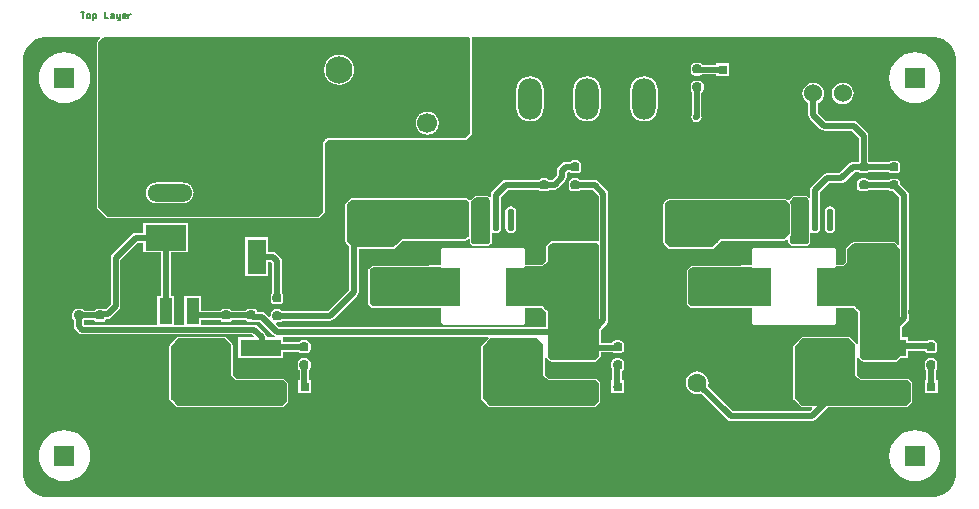
<source format=gtl>
G04*
G04 #@! TF.GenerationSoftware,Altium Limited,Altium Designer,20.0.2 (26)*
G04*
G04 Layer_Physical_Order=1*
G04 Layer_Color=255*
%FSLAX24Y24*%
%MOIN*%
G70*
G01*
G75*
G04:AMPARAMS|DCode=17|XSize=30mil|YSize=30mil|CornerRadius=7.5mil|HoleSize=0mil|Usage=FLASHONLY|Rotation=270.000|XOffset=0mil|YOffset=0mil|HoleType=Round|Shape=RoundedRectangle|*
%AMROUNDEDRECTD17*
21,1,0.0300,0.0150,0,0,270.0*
21,1,0.0150,0.0300,0,0,270.0*
1,1,0.0150,-0.0075,-0.0075*
1,1,0.0150,-0.0075,0.0075*
1,1,0.0150,0.0075,0.0075*
1,1,0.0150,0.0075,-0.0075*
%
%ADD17ROUNDEDRECTD17*%
%ADD18R,0.0630X0.1181*%
%ADD19R,0.2283X0.2441*%
%ADD20R,0.1378X0.0554*%
%ADD21R,0.0315X0.0315*%
G04:AMPARAMS|DCode=22|XSize=30mil|YSize=30mil|CornerRadius=7.5mil|HoleSize=0mil|Usage=FLASHONLY|Rotation=180.000|XOffset=0mil|YOffset=0mil|HoleType=Round|Shape=RoundedRectangle|*
%AMROUNDEDRECTD22*
21,1,0.0300,0.0150,0,0,180.0*
21,1,0.0150,0.0300,0,0,180.0*
1,1,0.0150,-0.0075,0.0075*
1,1,0.0150,0.0075,0.0075*
1,1,0.0150,0.0075,-0.0075*
1,1,0.0150,-0.0075,-0.0075*
%
%ADD22ROUNDEDRECTD22*%
%ADD23R,0.0638X0.0806*%
%ADD24O,0.0224X0.0768*%
%ADD25R,0.1378X0.0472*%
%ADD26R,0.0472X0.1378*%
%ADD27R,0.0974X0.1307*%
%ADD28R,0.1380X0.0850*%
%ADD29R,0.0430X0.0850*%
%ADD54C,0.0050*%
%ADD55C,0.0200*%
%ADD56R,0.0700X0.0700*%
%ADD57C,0.0630*%
%ADD58R,0.0669X0.0669*%
%ADD59C,0.0669*%
%ADD60C,0.0600*%
%ADD61O,0.1496X0.0591*%
%ADD62O,0.0591X0.1339*%
%ADD63O,0.0787X0.1378*%
%ADD64R,0.0906X0.0906*%
%ADD65C,0.0906*%
%ADD66R,0.0630X0.0630*%
%ADD67C,0.0220*%
G36*
X30739Y15514D02*
X30881Y15455D01*
X31009Y15370D01*
X31118Y15261D01*
X31203Y15133D01*
X31262Y14991D01*
X31292Y14841D01*
X31292Y14764D01*
Y984D01*
X31292Y907D01*
X31262Y757D01*
X31203Y615D01*
X31118Y487D01*
X31009Y378D01*
X30881Y293D01*
X30739Y234D01*
X30589Y204D01*
X907D01*
X757Y234D01*
X615Y293D01*
X487Y378D01*
X378Y487D01*
X293Y615D01*
X234Y757D01*
X204Y907D01*
Y984D01*
Y14764D01*
Y14841D01*
X234Y14991D01*
X293Y15133D01*
X378Y15261D01*
X487Y15370D01*
X615Y15455D01*
X757Y15514D01*
X907Y15544D01*
X2756D01*
X2775Y15498D01*
X2679Y15401D01*
X2660Y15373D01*
X2653Y15340D01*
Y9850D01*
X2660Y9817D01*
X2679Y9789D01*
X2959Y9509D01*
X2987Y9490D01*
X3020Y9483D01*
X10020Y9483D01*
X10053Y9490D01*
X10081Y9509D01*
X10231Y9659D01*
X10250Y9687D01*
X10257Y9720D01*
X10257Y9991D01*
X10257Y10431D01*
X10257Y10911D01*
X10257Y11351D01*
X10257Y11831D01*
Y12014D01*
X10346Y12103D01*
X14920D01*
X14953Y12110D01*
X14981Y12129D01*
X15131Y12279D01*
X15150Y12307D01*
X15157Y12340D01*
Y15450D01*
X15150Y15483D01*
X15143Y15494D01*
X15151Y15523D01*
X15162Y15539D01*
X15168Y15544D01*
X30589D01*
X30739Y15514D01*
D02*
G37*
%LPC*%
G36*
X22739Y14673D02*
X22589D01*
X22536Y14663D01*
X22492Y14633D01*
X22462Y14588D01*
X22451Y14535D01*
Y14385D01*
X22462Y14333D01*
X22492Y14288D01*
X22536Y14258D01*
X22589Y14248D01*
X22739D01*
X22792Y14258D01*
X22833Y14286D01*
X23294D01*
Y14221D01*
X23729D01*
Y14656D01*
X23294D01*
Y14612D01*
X22850D01*
X22836Y14633D01*
X22792Y14663D01*
X22739Y14673D01*
D02*
G37*
G36*
X29921Y15025D02*
X29755Y15008D01*
X29595Y14960D01*
X29448Y14881D01*
X29319Y14775D01*
X29213Y14646D01*
X29135Y14499D01*
X29086Y14339D01*
X29070Y14173D01*
X29086Y14007D01*
X29135Y13847D01*
X29213Y13700D01*
X29319Y13571D01*
X29448Y13465D01*
X29595Y13387D01*
X29755Y13338D01*
X29921Y13322D01*
X30087Y13338D01*
X30247Y13387D01*
X30394Y13465D01*
X30523Y13571D01*
X30629Y13700D01*
X30708Y13847D01*
X30756Y14007D01*
X30773Y14173D01*
X30756Y14339D01*
X30708Y14499D01*
X30629Y14646D01*
X30523Y14775D01*
X30394Y14881D01*
X30247Y14960D01*
X30087Y15008D01*
X29921Y15025D01*
D02*
G37*
G36*
X1575D02*
X1409Y15008D01*
X1249Y14960D01*
X1102Y14881D01*
X973Y14775D01*
X867Y14646D01*
X788Y14499D01*
X740Y14339D01*
X723Y14173D01*
X740Y14007D01*
X788Y13847D01*
X867Y13700D01*
X973Y13571D01*
X1102Y13465D01*
X1249Y13387D01*
X1409Y13338D01*
X1575Y13322D01*
X1741Y13338D01*
X1901Y13387D01*
X2048Y13465D01*
X2177Y13571D01*
X2283Y13700D01*
X2361Y13847D01*
X2410Y14007D01*
X2426Y14173D01*
X2410Y14339D01*
X2361Y14499D01*
X2283Y14646D01*
X2177Y14775D01*
X2048Y14881D01*
X1901Y14960D01*
X1741Y15008D01*
X1575Y15025D01*
D02*
G37*
G36*
X27520Y14013D02*
X27426Y14001D01*
X27338Y13964D01*
X27263Y13907D01*
X27206Y13832D01*
X27169Y13744D01*
X27157Y13650D01*
X27169Y13556D01*
X27206Y13468D01*
X27263Y13393D01*
X27338Y13336D01*
X27426Y13299D01*
X27520Y13287D01*
X27614Y13299D01*
X27702Y13336D01*
X27777Y13393D01*
X27834Y13468D01*
X27871Y13556D01*
X27883Y13650D01*
X27871Y13744D01*
X27834Y13832D01*
X27777Y13907D01*
X27702Y13964D01*
X27614Y14001D01*
X27520Y14013D01*
D02*
G37*
G36*
X20900Y14223D02*
X20782Y14207D01*
X20671Y14162D01*
X20576Y14089D01*
X20504Y13994D01*
X20458Y13884D01*
X20442Y13765D01*
Y13175D01*
X20458Y13056D01*
X20504Y12946D01*
X20576Y12851D01*
X20671Y12778D01*
X20782Y12733D01*
X20900Y12717D01*
X21018Y12733D01*
X21129Y12778D01*
X21224Y12851D01*
X21296Y12946D01*
X21342Y13056D01*
X21358Y13175D01*
Y13765D01*
X21342Y13884D01*
X21296Y13994D01*
X21224Y14089D01*
X21129Y14162D01*
X21018Y14207D01*
X20900Y14223D01*
D02*
G37*
G36*
X19000D02*
X18882Y14207D01*
X18771Y14162D01*
X18676Y14089D01*
X18604Y13994D01*
X18558Y13884D01*
X18542Y13765D01*
Y13175D01*
X18558Y13056D01*
X18604Y12946D01*
X18676Y12851D01*
X18771Y12778D01*
X18882Y12733D01*
X19000Y12717D01*
X19118Y12733D01*
X19229Y12778D01*
X19324Y12851D01*
X19396Y12946D01*
X19442Y13056D01*
X19458Y13175D01*
Y13765D01*
X19442Y13884D01*
X19396Y13994D01*
X19324Y14089D01*
X19229Y14162D01*
X19118Y14207D01*
X19000Y14223D01*
D02*
G37*
G36*
X17100D02*
X16982Y14207D01*
X16871Y14162D01*
X16776Y14089D01*
X16704Y13994D01*
X16658Y13884D01*
X16642Y13765D01*
Y13175D01*
X16658Y13056D01*
X16704Y12946D01*
X16776Y12851D01*
X16871Y12778D01*
X16982Y12733D01*
X17100Y12717D01*
X17218Y12733D01*
X17329Y12778D01*
X17424Y12851D01*
X17496Y12946D01*
X17542Y13056D01*
X17558Y13175D01*
Y13765D01*
X17542Y13884D01*
X17496Y13994D01*
X17424Y14089D01*
X17329Y14162D01*
X17218Y14207D01*
X17100Y14223D01*
D02*
G37*
G36*
X22739Y14073D02*
X22589D01*
X22536Y14063D01*
X22492Y14033D01*
X22462Y13988D01*
X22451Y13935D01*
Y13785D01*
X22462Y13733D01*
X22481Y13704D01*
Y12938D01*
X22480Y12936D01*
X22467Y12870D01*
X22480Y12804D01*
X22517Y12747D01*
X22574Y12710D01*
X22640Y12697D01*
X22706Y12710D01*
X22763Y12747D01*
X22800Y12804D01*
X22813Y12870D01*
X22807Y12901D01*
Y13669D01*
X22836Y13688D01*
X22866Y13733D01*
X22877Y13785D01*
Y13935D01*
X22866Y13988D01*
X22836Y14033D01*
X22792Y14063D01*
X22739Y14073D01*
D02*
G37*
G36*
X18665Y11423D02*
X18515D01*
X18462Y11412D01*
X18418Y11382D01*
X18412Y11373D01*
X18280D01*
X18218Y11361D01*
X18165Y11325D01*
X18165Y11325D01*
X18035Y11195D01*
X17999Y11142D01*
X17987Y11080D01*
Y10918D01*
X17842Y10773D01*
X17748D01*
X17742Y10782D01*
X17698Y10812D01*
X17645Y10823D01*
X17495D01*
X17442Y10812D01*
X17398Y10782D01*
X17392Y10773D01*
X16280D01*
X16218Y10761D01*
X16165Y10725D01*
X15835Y10395D01*
X15799Y10342D01*
X15787Y10280D01*
Y10211D01*
X15741Y10192D01*
X15721Y10211D01*
X15693Y10230D01*
X15660Y10237D01*
X15280Y10237D01*
X15247Y10230D01*
X15219Y10211D01*
X15116Y10109D01*
X15096Y10102D01*
X15050Y10104D01*
X15013Y10141D01*
X14985Y10160D01*
X14951Y10167D01*
X11160D01*
X11127Y10160D01*
X11099Y10141D01*
X10969Y10011D01*
X10950Y9983D01*
X10943Y9950D01*
Y9671D01*
X10943Y9311D01*
Y9111D01*
X10943Y8730D01*
X10950Y8697D01*
X10969Y8669D01*
X11057Y8581D01*
Y7088D01*
X10372Y6403D01*
X8838D01*
X8832Y6412D01*
X8788Y6442D01*
X8735Y6453D01*
X8585D01*
X8532Y6442D01*
X8488Y6412D01*
X8458Y6368D01*
X8447Y6315D01*
Y6224D01*
X8397Y6203D01*
X8285Y6315D01*
X8232Y6351D01*
X8170Y6363D01*
X8010D01*
X8007Y6378D01*
X7977Y6422D01*
X7933Y6452D01*
X7880Y6463D01*
X7730D01*
X7677Y6452D01*
X7633Y6422D01*
X7627Y6413D01*
X7148D01*
X7142Y6422D01*
X7098Y6452D01*
X7045Y6463D01*
X6895D01*
X6842Y6452D01*
X6798Y6422D01*
X6792Y6413D01*
X6125D01*
Y6885D01*
X5575D01*
Y5943D01*
X5225D01*
Y6885D01*
X5113D01*
Y8355D01*
X5700D01*
Y9325D01*
X4200D01*
Y9003D01*
X3950D01*
X3888Y8991D01*
X3835Y8955D01*
X3165Y8285D01*
X3129Y8232D01*
X3117Y8170D01*
Y6628D01*
X2952Y6463D01*
X2800D01*
X2798Y6463D01*
X2675D01*
X2622Y6452D01*
X2578Y6422D01*
X2572Y6413D01*
X2228D01*
X2222Y6422D01*
X2178Y6452D01*
X2125Y6463D01*
X1975D01*
X1922Y6452D01*
X1878Y6422D01*
X1848Y6378D01*
X1837Y6325D01*
Y6175D01*
X1848Y6122D01*
X1878Y6078D01*
X1887Y6072D01*
Y5897D01*
X1899Y5835D01*
X1935Y5782D01*
X2052Y5665D01*
X2105Y5629D01*
X2167Y5617D01*
X7840D01*
X7894Y5563D01*
X7875Y5517D01*
X7361D01*
Y4843D01*
X8859D01*
Y5032D01*
X9403D01*
X9439Y5008D01*
X9492Y4997D01*
X9642D01*
X9694Y5008D01*
X9739Y5038D01*
X9769Y5082D01*
X9779Y5135D01*
Y5285D01*
X9769Y5338D01*
X9739Y5382D01*
X9694Y5412D01*
X9642Y5423D01*
X9492D01*
X9439Y5412D01*
X9394Y5382D01*
X9378Y5358D01*
X8859D01*
Y5517D01*
X8896Y5548D01*
X15695D01*
X15716Y5498D01*
X15489Y5271D01*
X15470Y5243D01*
X15463Y5210D01*
Y3500D01*
X15470Y3467D01*
X15489Y3439D01*
X15709Y3219D01*
X15737Y3200D01*
X15770Y3193D01*
X19230D01*
X19263Y3200D01*
X19291Y3219D01*
X19411Y3339D01*
X19430Y3367D01*
X19437Y3400D01*
Y3960D01*
X19430Y3993D01*
X19411Y4021D01*
X19311Y4121D01*
X19283Y4140D01*
X19250Y4147D01*
X17716D01*
X17587Y4276D01*
Y4858D01*
X17637Y4863D01*
X17640Y4847D01*
X17659Y4819D01*
X17739Y4739D01*
X17767Y4720D01*
X17779Y4718D01*
X17800Y4713D01*
X19250Y4713D01*
X19283Y4720D01*
X19311Y4739D01*
X19431Y4859D01*
X19450Y4887D01*
X19457Y4920D01*
Y5017D01*
X19873D01*
X19886Y5008D01*
X19938Y4997D01*
X20088D01*
X20141Y5008D01*
X20186Y5038D01*
X20215Y5082D01*
X20226Y5135D01*
Y5285D01*
X20215Y5338D01*
X20186Y5382D01*
X20141Y5412D01*
X20088Y5423D01*
X19938D01*
X19886Y5412D01*
X19841Y5382D01*
X19815Y5343D01*
X19457D01*
Y5776D01*
X19655Y5975D01*
X19691Y6028D01*
X19703Y6090D01*
Y10310D01*
X19703Y10310D01*
X19691Y10372D01*
X19655Y10425D01*
X19365Y10715D01*
X19312Y10751D01*
X19250Y10763D01*
X18775D01*
X18762Y10782D01*
X18718Y10812D01*
X18665Y10823D01*
X18515D01*
X18462Y10812D01*
X18418Y10782D01*
X18388Y10738D01*
X18377Y10685D01*
Y10535D01*
X18388Y10482D01*
X18418Y10438D01*
X18462Y10408D01*
X18515Y10397D01*
X18665D01*
X18718Y10408D01*
X18761Y10437D01*
X19182D01*
X19377Y10242D01*
Y8744D01*
X19327Y8718D01*
X19323Y8720D01*
X19290Y8727D01*
X17830D01*
X17797Y8720D01*
X17769Y8701D01*
X17659Y8591D01*
X17640Y8563D01*
X17633Y8530D01*
Y8066D01*
X17504Y7937D01*
X16930Y7937D01*
Y8440D01*
X16880Y8490D01*
X14170D01*
X14130Y8450D01*
Y7924D01*
X13742D01*
Y7907D01*
X11850Y7907D01*
X11817Y7900D01*
X11789Y7881D01*
X11720Y7813D01*
X11701Y7784D01*
X11695Y7751D01*
X11695Y7471D01*
Y7391D01*
X11695Y6911D01*
Y6669D01*
X11701Y6636D01*
X11720Y6607D01*
X11799Y6529D01*
X11827Y6510D01*
X11860Y6503D01*
X13742Y6503D01*
Y6496D01*
X14130D01*
Y6010D01*
X14210Y5930D01*
X16850D01*
X16930Y6010D01*
Y6496D01*
X17318D01*
Y6503D01*
X17484D01*
X17633Y6354D01*
X17633Y5911D01*
X17602Y5874D01*
X8726D01*
X8623Y5977D01*
X8644Y6027D01*
X8735D01*
X8788Y6038D01*
X8832Y6068D01*
X8838Y6077D01*
X10440D01*
X10502Y6089D01*
X10555Y6125D01*
X11335Y6905D01*
X11371Y6958D01*
X11383Y7020D01*
Y8473D01*
X12540D01*
X12573Y8480D01*
X12601Y8499D01*
X12846Y8743D01*
X14930D01*
X14963Y8750D01*
X14991Y8769D01*
X15033Y8811D01*
X15081Y8792D01*
X15083Y8790D01*
Y8710D01*
X15090Y8677D01*
X15109Y8649D01*
X15169Y8589D01*
X15197Y8570D01*
X15230Y8563D01*
X15680D01*
X15713Y8570D01*
X15741Y8589D01*
X15791Y8639D01*
X15810Y8667D01*
X15817Y8700D01*
Y8995D01*
X15867Y9022D01*
X15883Y9011D01*
X15950Y8998D01*
X16017Y9011D01*
X16074Y9049D01*
X16112Y9106D01*
X16125Y9173D01*
Y9717D01*
X16113Y9778D01*
Y10212D01*
X16348Y10447D01*
X17392D01*
X17398Y10438D01*
X17442Y10408D01*
X17495Y10397D01*
X17645D01*
X17698Y10408D01*
X17742Y10438D01*
X17748Y10447D01*
X17910D01*
X17972Y10459D01*
X18025Y10495D01*
X18265Y10735D01*
X18301Y10788D01*
X18313Y10850D01*
Y11012D01*
X18348Y11047D01*
X18412D01*
X18418Y11038D01*
X18462Y11008D01*
X18515Y10997D01*
X18665D01*
X18718Y11008D01*
X18762Y11038D01*
X18792Y11082D01*
X18803Y11135D01*
Y11285D01*
X18792Y11338D01*
X18762Y11382D01*
X18718Y11412D01*
X18665Y11423D01*
D02*
G37*
G36*
X26536Y14013D02*
X26442Y14001D01*
X26354Y13964D01*
X26279Y13907D01*
X26221Y13832D01*
X26185Y13744D01*
X26173Y13650D01*
X26185Y13556D01*
X26221Y13468D01*
X26279Y13393D01*
X26354Y13336D01*
X26373Y13328D01*
Y12924D01*
X26385Y12862D01*
X26420Y12809D01*
X26765Y12465D01*
X26818Y12429D01*
X26880Y12417D01*
X26890D01*
X26940Y12407D01*
X27812D01*
X28047Y12172D01*
Y11388D01*
X28038Y11382D01*
X28032Y11373D01*
X27864D01*
X27801Y11361D01*
X27748Y11325D01*
X27406Y10983D01*
X26990D01*
X26928Y10971D01*
X26875Y10935D01*
X26475Y10535D01*
X26439Y10482D01*
X26427Y10420D01*
Y10201D01*
X26377Y10181D01*
X26346Y10211D01*
X26318Y10230D01*
X26285Y10237D01*
X25905Y10237D01*
X25872Y10230D01*
X25844Y10211D01*
X25734Y10101D01*
X25675Y10104D01*
X25668Y10111D01*
X25640Y10130D01*
X25606Y10137D01*
X21710Y10137D01*
X21677Y10130D01*
X21649Y10111D01*
X21569Y10031D01*
X21550Y10003D01*
X21543Y9970D01*
X21543Y9631D01*
X21543Y9431D01*
X21543Y9191D01*
X21543Y8951D01*
X21543Y8700D01*
X21550Y8667D01*
X21569Y8639D01*
X21709Y8499D01*
X21737Y8480D01*
X21770Y8473D01*
X23165D01*
X23198Y8480D01*
X23226Y8499D01*
X23227Y8500D01*
X23236D01*
Y8509D01*
X23471Y8743D01*
X25555D01*
X25588Y8750D01*
X25616Y8769D01*
X25662Y8815D01*
X25708Y8795D01*
Y8710D01*
X25715Y8677D01*
X25734Y8649D01*
X25794Y8589D01*
X25822Y8570D01*
X25855Y8563D01*
X26305D01*
X26338Y8570D01*
X26366Y8589D01*
X26416Y8639D01*
X26435Y8667D01*
X26442Y8700D01*
Y9005D01*
X26492Y9032D01*
X26523Y9011D01*
X26590Y8998D01*
X26657Y9011D01*
X26714Y9049D01*
X26752Y9106D01*
X26765Y9173D01*
Y9717D01*
X26753Y9778D01*
Y10352D01*
X27058Y10657D01*
X27474D01*
X27536Y10669D01*
X27589Y10705D01*
X27931Y11047D01*
X28032D01*
X28038Y11038D01*
X28082Y11008D01*
X28135Y10997D01*
X28285D01*
X28338Y11008D01*
X28382Y11038D01*
X28385Y11042D01*
X29038D01*
X29048Y11028D01*
X29092Y10998D01*
X29145Y10987D01*
X29295D01*
X29348Y10998D01*
X29392Y11028D01*
X29422Y11072D01*
X29433Y11125D01*
Y11275D01*
X29422Y11328D01*
X29392Y11372D01*
X29348Y11402D01*
X29295Y11413D01*
X29145D01*
X29092Y11402D01*
X29048Y11372D01*
X29045Y11368D01*
X28392D01*
X28382Y11382D01*
X28373Y11388D01*
Y12240D01*
X28361Y12302D01*
X28325Y12355D01*
X27995Y12685D01*
X27942Y12721D01*
X27880Y12733D01*
X26990D01*
X26949Y12741D01*
X26699Y12992D01*
Y13328D01*
X26717Y13336D01*
X26793Y13393D01*
X26850Y13468D01*
X26886Y13556D01*
X26899Y13650D01*
X26886Y13744D01*
X26850Y13832D01*
X26793Y13907D01*
X26717Y13964D01*
X26630Y14001D01*
X26536Y14013D01*
D02*
G37*
G36*
X27090Y9892D02*
X27023Y9879D01*
X26966Y9841D01*
X26928Y9784D01*
X26915Y9717D01*
Y9173D01*
X26928Y9106D01*
X26966Y9049D01*
X27023Y9011D01*
X27090Y8998D01*
X27157Y9011D01*
X27214Y9049D01*
X27252Y9106D01*
X27265Y9173D01*
Y9717D01*
X27252Y9784D01*
X27214Y9841D01*
X27157Y9879D01*
X27090Y9892D01*
D02*
G37*
G36*
X16450D02*
X16383Y9879D01*
X16326Y9841D01*
X16288Y9784D01*
X16275Y9717D01*
Y9173D01*
X16288Y9106D01*
X16326Y9049D01*
X16383Y9011D01*
X16450Y8998D01*
X16517Y9011D01*
X16574Y9049D01*
X16612Y9106D01*
X16625Y9173D01*
Y9717D01*
X16612Y9784D01*
X16574Y9841D01*
X16517Y9879D01*
X16450Y9892D01*
D02*
G37*
G36*
X28285Y10823D02*
X28135D01*
X28082Y10812D01*
X28038Y10782D01*
X28008Y10738D01*
X27997Y10685D01*
Y10535D01*
X28008Y10482D01*
X28038Y10438D01*
X28082Y10408D01*
X28135Y10397D01*
X28258D01*
X28260Y10397D01*
X28262Y10397D01*
X28285D01*
X28338Y10408D01*
X28382Y10438D01*
X28385Y10442D01*
X29038D01*
X29048Y10428D01*
X29092Y10398D01*
X29145Y10387D01*
X29202D01*
X29397Y10192D01*
Y8631D01*
X29351Y8612D01*
X29281Y8681D01*
X29253Y8700D01*
X29220Y8707D01*
X27880Y8707D01*
X27847Y8700D01*
X27819Y8681D01*
X27639Y8501D01*
X27620Y8473D01*
X27613Y8440D01*
Y8271D01*
X27613Y8026D01*
X27524Y7937D01*
X27300Y7937D01*
Y8440D01*
X27250Y8490D01*
X24540D01*
X24500Y8450D01*
Y7924D01*
X24112D01*
Y7907D01*
X22490D01*
X22457Y7900D01*
X22429Y7881D01*
X22345Y7798D01*
X22326Y7769D01*
X22320Y7736D01*
X22320Y7551D01*
X22320Y7191D01*
X22320Y6831D01*
Y6669D01*
X22324Y6648D01*
X22326Y6636D01*
X22345Y6607D01*
X22414Y6539D01*
X22442Y6520D01*
X22475Y6513D01*
X24112Y6513D01*
Y6496D01*
X24500D01*
Y6010D01*
X24570Y5940D01*
X27230D01*
X27300Y6010D01*
Y6496D01*
X27688D01*
Y6503D01*
X27889D01*
X28038Y6354D01*
X28038Y6271D01*
X28038Y5911D01*
X28038Y5711D01*
X28038Y5351D01*
Y5271D01*
X27988Y5267D01*
X27985Y5283D01*
X27966Y5311D01*
X27756Y5521D01*
X27728Y5540D01*
X27695Y5547D01*
X26205D01*
X26172Y5540D01*
X26144Y5521D01*
X25894Y5271D01*
X25875Y5243D01*
X25868Y5210D01*
Y3500D01*
X25875Y3467D01*
X25894Y3439D01*
X26114Y3219D01*
X26142Y3200D01*
X26175Y3193D01*
X26487D01*
X26506Y3147D01*
X26412Y3053D01*
X23858D01*
X23025Y3886D01*
X23035Y3912D01*
X23048Y4010D01*
X23035Y4108D01*
X22998Y4199D01*
X22937Y4277D01*
X22859Y4338D01*
X22768Y4375D01*
X22670Y4388D01*
X22572Y4375D01*
X22481Y4338D01*
X22403Y4277D01*
X22342Y4199D01*
X22305Y4108D01*
X22292Y4010D01*
X22305Y3912D01*
X22342Y3821D01*
X22403Y3743D01*
X22481Y3682D01*
X22572Y3645D01*
X22670Y3632D01*
X22768Y3645D01*
X22794Y3655D01*
X23675Y2775D01*
X23728Y2739D01*
X23790Y2727D01*
X26480D01*
X26542Y2739D01*
X26595Y2775D01*
X27014Y3193D01*
X29635D01*
X29668Y3200D01*
X29696Y3219D01*
X29816Y3339D01*
X29835Y3367D01*
X29842Y3400D01*
Y3960D01*
X29835Y3993D01*
X29816Y4021D01*
X29716Y4121D01*
X29688Y4140D01*
X29655Y4147D01*
X28121D01*
X27992Y4276D01*
Y4858D01*
X28042Y4863D01*
X28045Y4847D01*
X28064Y4819D01*
X28144Y4739D01*
X28172Y4720D01*
X28184Y4718D01*
X28205Y4713D01*
X29280Y4713D01*
X29313Y4720D01*
X29341Y4739D01*
X29445Y4843D01*
X29699D01*
Y5067D01*
X30268D01*
X30288Y5038D01*
X30332Y5008D01*
X30385Y4997D01*
X30535D01*
X30588Y5008D01*
X30632Y5038D01*
X30662Y5082D01*
X30673Y5135D01*
Y5285D01*
X30662Y5338D01*
X30632Y5382D01*
X30588Y5412D01*
X30535Y5423D01*
X30385D01*
X30332Y5412D01*
X30303Y5393D01*
X29699D01*
Y5517D01*
X29522D01*
X29487Y5567D01*
X29487Y5854D01*
X29675Y6043D01*
X29711Y6096D01*
X29723Y6158D01*
Y10260D01*
X29711Y10322D01*
X29675Y10375D01*
X29433Y10618D01*
Y10675D01*
X29422Y10728D01*
X29392Y10772D01*
X29348Y10802D01*
X29295Y10813D01*
X29145D01*
X29092Y10802D01*
X29048Y10772D01*
X29045Y10768D01*
X28392D01*
X28382Y10782D01*
X28338Y10812D01*
X28285Y10823D01*
D02*
G37*
G36*
X8353Y8863D02*
X7603D01*
Y7562D01*
X8353D01*
Y8049D01*
X8450D01*
X8497Y8002D01*
Y7018D01*
X8488Y7012D01*
X8458Y6968D01*
X8447Y6915D01*
Y6765D01*
X8458Y6712D01*
X8488Y6668D01*
X8532Y6638D01*
X8585Y6627D01*
X8735D01*
X8788Y6638D01*
X8832Y6668D01*
X8862Y6712D01*
X8873Y6765D01*
Y6915D01*
X8862Y6968D01*
X8832Y7012D01*
X8823Y7018D01*
Y8070D01*
X8811Y8132D01*
X8775Y8185D01*
X8633Y8328D01*
X8580Y8363D01*
X8518Y8376D01*
X8353D01*
Y8863D01*
D02*
G37*
G36*
X30535Y4823D02*
X30385D01*
X30332Y4812D01*
X30288Y4782D01*
X30258Y4738D01*
X30247Y4685D01*
Y4535D01*
X30258Y4482D01*
X30288Y4438D01*
X30301Y4429D01*
Y4092D01*
X30251D01*
Y3657D01*
X30686D01*
Y4092D01*
X30627D01*
Y4434D01*
X30632Y4438D01*
X30662Y4482D01*
X30673Y4535D01*
Y4685D01*
X30662Y4738D01*
X30632Y4782D01*
X30588Y4812D01*
X30535Y4823D01*
D02*
G37*
G36*
X20088D02*
X19938D01*
X19886Y4812D01*
X19841Y4782D01*
X19811Y4738D01*
X19801Y4685D01*
Y4535D01*
X19811Y4482D01*
X19818Y4472D01*
Y4092D01*
X19808D01*
Y3894D01*
X19804Y3875D01*
X19808Y3855D01*
Y3657D01*
X20243D01*
Y4092D01*
X20144D01*
Y4410D01*
X20186Y4438D01*
X20215Y4482D01*
X20226Y4535D01*
Y4685D01*
X20215Y4738D01*
X20186Y4782D01*
X20141Y4812D01*
X20088Y4823D01*
D02*
G37*
G36*
X9642D02*
X9492D01*
X9439Y4812D01*
X9394Y4782D01*
X9364Y4738D01*
X9354Y4685D01*
Y4535D01*
X9364Y4482D01*
X9394Y4438D01*
X9411Y4426D01*
Y4092D01*
X9365D01*
Y3657D01*
X9800D01*
Y4092D01*
X9738D01*
Y4437D01*
X9739Y4438D01*
X9769Y4482D01*
X9779Y4535D01*
Y4685D01*
X9769Y4738D01*
X9739Y4782D01*
X9694Y4812D01*
X9642Y4823D01*
D02*
G37*
G36*
X6885Y5547D02*
X5395D01*
X5362Y5540D01*
X5334Y5521D01*
X5084Y5271D01*
X5065Y5243D01*
X5058Y5210D01*
Y3500D01*
X5065Y3467D01*
X5084Y3439D01*
X5304Y3219D01*
X5332Y3200D01*
X5365Y3193D01*
X8825D01*
X8858Y3200D01*
X8886Y3219D01*
X9006Y3339D01*
X9025Y3367D01*
X9032Y3400D01*
Y3960D01*
X9025Y3993D01*
X9006Y4021D01*
X8906Y4121D01*
X8878Y4140D01*
X8845Y4147D01*
X7311D01*
X7182Y4276D01*
Y5250D01*
X7175Y5283D01*
X7156Y5311D01*
X6946Y5521D01*
X6918Y5540D01*
X6885Y5547D01*
D02*
G37*
G36*
X29921Y2426D02*
X29755Y2410D01*
X29595Y2361D01*
X29448Y2283D01*
X29319Y2177D01*
X29213Y2048D01*
X29135Y1901D01*
X29086Y1741D01*
X29070Y1575D01*
X29086Y1409D01*
X29135Y1249D01*
X29213Y1102D01*
X29319Y973D01*
X29448Y867D01*
X29595Y788D01*
X29755Y740D01*
X29921Y723D01*
X30087Y740D01*
X30247Y788D01*
X30394Y867D01*
X30523Y973D01*
X30629Y1102D01*
X30708Y1249D01*
X30756Y1409D01*
X30773Y1575D01*
X30756Y1741D01*
X30708Y1901D01*
X30629Y2048D01*
X30523Y2177D01*
X30394Y2283D01*
X30247Y2361D01*
X30087Y2410D01*
X29921Y2426D01*
D02*
G37*
G36*
X1575Y2426D02*
X1409Y2410D01*
X1249Y2361D01*
X1102Y2283D01*
X973Y2177D01*
X867Y2048D01*
X788Y1901D01*
X740Y1741D01*
X723Y1575D01*
X740Y1409D01*
X788Y1249D01*
X867Y1102D01*
X973Y973D01*
X1102Y867D01*
X1249Y788D01*
X1409Y740D01*
X1575Y723D01*
X1741Y740D01*
X1901Y788D01*
X2048Y867D01*
X2177Y973D01*
X2283Y1102D01*
X2361Y1249D01*
X2410Y1409D01*
X2426Y1575D01*
X2410Y1741D01*
X2361Y1901D01*
X2283Y2048D01*
X2177Y2177D01*
X2048Y2283D01*
X1901Y2361D01*
X1741Y2410D01*
X1575Y2426D01*
D02*
G37*
%LPD*%
G36*
X7633Y6078D02*
X7677Y6048D01*
X7730Y6037D01*
X7853D01*
X7855Y6037D01*
X8102D01*
X8543Y5596D01*
X8587Y5567D01*
X8581Y5523D01*
X8579Y5517D01*
X8317D01*
Y5534D01*
X8304Y5596D01*
X8269Y5649D01*
X8023Y5895D01*
X7970Y5931D01*
X7907Y5943D01*
X6125D01*
Y6087D01*
X6792D01*
X6798Y6078D01*
X6842Y6048D01*
X6895Y6037D01*
X7045D01*
X7098Y6048D01*
X7142Y6078D01*
X7148Y6087D01*
X7627D01*
X7633Y6078D01*
D02*
G37*
G36*
X4200Y8355D02*
X4787D01*
Y6885D01*
X4675D01*
Y5943D01*
X2235D01*
X2213Y5965D01*
Y6072D01*
X2222Y6078D01*
X2228Y6087D01*
X2572D01*
X2578Y6078D01*
X2622Y6048D01*
X2675Y6037D01*
X2825D01*
X2878Y6048D01*
X2922Y6078D01*
X2952Y6122D01*
X2953Y6126D01*
X2965Y6135D01*
X2967Y6137D01*
X3020D01*
X3082Y6149D01*
X3135Y6185D01*
X3395Y6445D01*
X3431Y6498D01*
X3443Y6560D01*
Y8102D01*
X4018Y8677D01*
X4200D01*
Y8355D01*
D02*
G37*
D17*
X8660Y6840D02*
D03*
Y6240D02*
D03*
X28210Y10610D02*
D03*
Y11210D02*
D03*
X29220Y10600D02*
D03*
Y11200D02*
D03*
X18590Y11210D02*
D03*
Y10610D02*
D03*
X17570Y11210D02*
D03*
Y10610D02*
D03*
X2750Y6850D02*
D03*
Y6250D02*
D03*
X2050D02*
D03*
Y6850D02*
D03*
X9567Y5210D02*
D03*
Y4610D02*
D03*
X7805Y6850D02*
D03*
Y6250D02*
D03*
X6970Y6850D02*
D03*
Y6250D02*
D03*
X20013Y5210D02*
D03*
Y4610D02*
D03*
X30460D02*
D03*
Y5210D02*
D03*
X24810Y10451D02*
D03*
Y9851D02*
D03*
X14161Y10451D02*
D03*
Y9851D02*
D03*
X22664Y14460D02*
D03*
Y13860D02*
D03*
D18*
X7978Y8212D02*
D03*
X9782Y8212D02*
D03*
D19*
X8880Y10908D02*
D03*
D20*
X28950Y5180D02*
D03*
Y3720D02*
D03*
X8110Y5180D02*
D03*
Y3720D02*
D03*
X18530Y5180D02*
D03*
Y3720D02*
D03*
D21*
X9585Y3245D02*
D03*
X9583Y3875D02*
D03*
X20028Y3245D02*
D03*
X20026Y3875D02*
D03*
X30471Y3245D02*
D03*
X30469Y3875D02*
D03*
X23511Y14438D02*
D03*
X23514Y13809D02*
D03*
D22*
X19850Y6350D02*
D03*
X19250D02*
D03*
X29270D02*
D03*
X29870D02*
D03*
D23*
X12304Y5104D02*
D03*
X12296Y6996D02*
D03*
X22896D02*
D03*
X22904Y5104D02*
D03*
D24*
X27090Y11575D02*
D03*
X26590D02*
D03*
X26090D02*
D03*
X25590D02*
D03*
X27090Y9445D02*
D03*
X26590D02*
D03*
X26090D02*
D03*
X25590D02*
D03*
X16450Y11575D02*
D03*
X15950D02*
D03*
X15450D02*
D03*
X14950D02*
D03*
X16450Y9445D02*
D03*
X15950D02*
D03*
X15450D02*
D03*
X14950D02*
D03*
D25*
X30591Y8270D02*
D03*
X28489D02*
D03*
X18539D02*
D03*
X20641D02*
D03*
D26*
X22940Y9249D02*
D03*
Y11351D02*
D03*
X12300Y9249D02*
D03*
Y11351D02*
D03*
D27*
X24659Y7210D02*
D03*
X27141D02*
D03*
X16771D02*
D03*
X14289D02*
D03*
D28*
X4950Y8840D02*
D03*
D29*
X5850Y6400D02*
D03*
X4950D02*
D03*
X4040D02*
D03*
D54*
X11268Y14440D02*
G03*
X11268Y14440I-538J0D01*
G01*
X14090Y12660D02*
G03*
X14090Y12660I-420J0D01*
G01*
X5913Y10338D02*
G03*
X5533Y10718I-380J0D01*
G01*
Y9958D02*
G03*
X5913Y10338I0J380D01*
G01*
X4627Y10718D02*
G03*
X4627Y9958I0J-380D01*
G01*
X25834Y9707D02*
G03*
X25840Y9742I-104J35D01*
G01*
Y9368D02*
G03*
X25834Y9403I-110J0D01*
G01*
Y9457D02*
G03*
X25840Y9492I-104J35D01*
G01*
Y9875D02*
G03*
X25832Y9917I-110J0D01*
G01*
X25840Y9875D02*
G03*
X25832Y9917I-110J0D01*
G01*
X25825Y9946D02*
G03*
X25795Y10017I-110J-5D01*
G01*
X25825Y9946D02*
G03*
X25795Y10017I-110J-5D01*
G01*
X25834Y9707D02*
G03*
X25840Y9742I-104J35D01*
G01*
Y9618D02*
G03*
X25834Y9653I-110J0D01*
G01*
X25834Y9707D02*
G03*
X25834Y9653I81J-27D01*
G01*
X25840Y9618D02*
G03*
X25834Y9653I-110J0D01*
G01*
Y9457D02*
G03*
X25840Y9492I-104J35D01*
G01*
Y9368D02*
G03*
X25834Y9403I-110J0D01*
G01*
X25834Y9457D02*
G03*
X25834Y9403I81J-27D01*
G01*
X25808Y8927D02*
G03*
X25840Y9005I-78J78D01*
G01*
X25808Y8927D02*
G03*
X25840Y9005I-78J78D01*
G01*
X25715Y9941D02*
G03*
X25730Y9875I195J9D01*
G01*
Y9742D02*
G03*
X25730Y9618I185J-62D01*
G01*
Y9492D02*
G03*
X25730Y9368I185J-62D01*
G01*
X11137Y14791D02*
X15070D01*
X11169Y14751D02*
X15070D01*
X15012Y15508D02*
X15070Y15450D01*
X11099Y14831D02*
X15070D01*
X11233Y14631D02*
X15070D01*
X11246Y14591D02*
X15070D01*
X11194Y14711D02*
X15070D01*
X11215Y14671D02*
X15070D01*
X2751Y15351D02*
X15070D01*
X2740Y15031D02*
X15070D01*
X2831Y15431D02*
X15070D01*
X2791Y15391D02*
X15070D01*
X10989Y14911D02*
X15070D01*
X11051Y14871D02*
X15070D01*
X10897Y14951D02*
X15070D01*
X11267Y14471D02*
X15070D01*
X11268Y14431D02*
X15070D01*
X11256Y14551D02*
X15070D01*
X11263Y14511D02*
X15070D01*
X11252Y14311D02*
X15070D01*
X11241Y14271D02*
X15070D01*
X11266Y14391D02*
X15070D01*
X11260Y14351D02*
X15070D01*
X11184Y14151D02*
X15070D01*
X11156Y14111D02*
X15070D01*
X11226Y14231D02*
X15070D01*
X11207Y14191D02*
X15070D01*
X2740Y13471D02*
X15070D01*
X2740Y13431D02*
X15070D01*
X2740Y13511D02*
X15070D01*
X11121Y14071D02*
X15070D01*
X11079Y14031D02*
X15070D01*
X2911Y15511D02*
X15009D01*
X2908Y15508D02*
X15012D01*
X11026Y13991D02*
X15070D01*
X10954Y13951D02*
X15070D01*
X10828Y13911D02*
X15070D01*
X2871Y15471D02*
X15049D01*
X2740Y13951D02*
X10506D01*
X2740Y14831D02*
X10361D01*
X2740Y14791D02*
X10323D01*
X2740Y13871D02*
X15070D01*
X2740Y13831D02*
X15070D01*
X2740Y13911D02*
X10632D01*
X2740Y13311D02*
X15070D01*
X2740Y13271D02*
X15070D01*
X2740Y13391D02*
X15070D01*
X2740Y13351D02*
X15070D01*
X2740Y13191D02*
X15070D01*
X13753Y13071D02*
X15070D01*
X2740Y13231D02*
X15070D01*
X2740Y13711D02*
X15070D01*
X2740Y13671D02*
X15070D01*
X2740Y13791D02*
X15070D01*
X2740Y13751D02*
X15070D01*
X2740Y13591D02*
X15070D01*
X2740Y13551D02*
X15070D01*
X2740Y13631D02*
X15070D01*
X14087Y12711D02*
X15070D01*
X14089Y12671D02*
X15070D01*
X14069Y12791D02*
X15070D01*
X14080Y12751D02*
X15070D01*
Y12340D02*
Y15450D01*
X14075Y12551D02*
X15070D01*
X14089Y12631D02*
X15070D01*
X14084Y12591D02*
X15070D01*
X13972Y12951D02*
X15070D01*
X14006Y12911D02*
X15070D01*
X13866Y13031D02*
X15070D01*
X13928Y12991D02*
X15070D01*
X14033Y12871D02*
X15070D01*
X14053Y12831D02*
X15070D01*
X14022Y12431D02*
X15070D01*
X13992Y12391D02*
X15070D01*
X14062Y12511D02*
X15070D01*
X14045Y12471D02*
X15070D01*
X13954Y12351D02*
X15070D01*
X14920Y12190D02*
X15070Y12340D01*
X13903Y12311D02*
X15041D01*
X13828Y12271D02*
X15001D01*
X10170Y12050D02*
X10310Y12190D01*
X14920D01*
X5604Y10711D02*
X10170D01*
X5716Y10671D02*
X10170D01*
X10170Y9720D02*
X10170Y12050D01*
X5816Y10591D02*
X10170D01*
X5775Y10631D02*
X10170D01*
X5889Y10471D02*
X10170D01*
X5901Y10431D02*
X10170D01*
X5909Y10391D02*
X10170D01*
X5913Y10351D02*
X10170D01*
X5898Y10231D02*
X10170D01*
X5884Y10191D02*
X10170D01*
X5912Y10311D02*
X10170D01*
X5907Y10271D02*
X10170D01*
X5847Y10551D02*
X10170D01*
X5871Y10511D02*
X10170D01*
X4627Y10718D02*
X5533D01*
X5864Y10151D02*
X10170D01*
X5758Y10031D02*
X10170D01*
X5689Y9991D02*
X10170D01*
X5838Y10111D02*
X10170D01*
X5804Y10071D02*
X10170D01*
X10020Y9570D02*
X10170Y9720D01*
X3020Y9570D02*
X10020Y9570D01*
X4627Y9958D02*
X5533D01*
X2759Y9831D02*
X10170D01*
X2799Y9791D02*
X10170D01*
X2839Y9751D02*
X10170D01*
X2879Y9711D02*
X10161D01*
X2919Y9671D02*
X10121D01*
X2959Y9631D02*
X10081D01*
X2999Y9591D02*
X10041D01*
X2740Y14991D02*
X15070D01*
X2740Y13151D02*
X15070D01*
X2740Y13111D02*
X15070D01*
X2740Y13071D02*
X13587D01*
X2740Y13031D02*
X13474D01*
X2740Y12991D02*
X13412D01*
X2740Y12951D02*
X13368D01*
X2740Y12911D02*
X13334D01*
X2740Y15231D02*
X15070D01*
X2740Y15191D02*
X15070D01*
X2740Y15311D02*
X15070D01*
X2740Y15271D02*
X15070D01*
X2740Y15111D02*
X15070D01*
X2740Y15071D02*
X15070D01*
X2740Y15151D02*
X15070D01*
X2740Y12391D02*
X13348D01*
X2740Y12351D02*
X13386D01*
X2740Y12471D02*
X13295D01*
X2740Y12431D02*
X13318D01*
X2740Y12231D02*
X14961D01*
X2740Y12191D02*
X14921D01*
X2740Y12311D02*
X13437D01*
X2740Y12271D02*
X13512D01*
X2740Y12871D02*
X13307D01*
X2740Y12831D02*
X13287D01*
X2740Y12791D02*
X13271D01*
X2740Y12751D02*
X13260D01*
X2740Y12551D02*
X13265D01*
X2740Y12511D02*
X13278D01*
X2740Y12591D02*
X13256D01*
X2740Y14631D02*
X10227D01*
X2740Y14591D02*
X10214D01*
X2740Y14551D02*
X10204D01*
X2740Y14511D02*
X10197D01*
X2740Y14391D02*
X10194D01*
X2740Y14351D02*
X10200D01*
X2740Y14471D02*
X10193D01*
X2740Y14431D02*
X10192D01*
X2740Y14951D02*
X10563D01*
X2740Y14911D02*
X10471D01*
X2740Y15340D02*
X2908Y15508D01*
X2740Y14871D02*
X10409D01*
X2740Y14751D02*
X10291D01*
X2740Y14711D02*
X10266D01*
X2740Y14671D02*
X10245D01*
X2740Y12711D02*
X13254D01*
X2740Y12671D02*
X13251D01*
X2740Y14031D02*
X10381D01*
X2740Y13991D02*
X10434D01*
X2740Y12631D02*
X13251D01*
X2740Y12151D02*
X10271D01*
X2740Y12111D02*
X10231D01*
X2740Y14231D02*
X10234D01*
X2740Y14191D02*
X10253D01*
X2740Y14311D02*
X10208D01*
X2740Y14271D02*
X10219D01*
X2740Y14111D02*
X10304D01*
X2740Y14071D02*
X10339D01*
X2740Y14151D02*
X10276D01*
X2740Y11711D02*
X10170D01*
X2740Y11671D02*
X10170D01*
X2740Y11791D02*
X10170D01*
X2740Y11751D02*
X10170D01*
X2740Y11551D02*
X10170D01*
X2740Y11511D02*
X10170D01*
X2740Y11631D02*
X10170D01*
X2740Y11591D02*
X10170D01*
X2740Y12071D02*
X10191D01*
X2740Y12031D02*
X10170D01*
X2740Y11991D02*
X10170D01*
X2740Y11951D02*
X10170D01*
X2740Y11871D02*
X10170D01*
X2740Y11831D02*
X10170D01*
X2740Y11911D02*
X10170D01*
X2740Y11111D02*
X10170D01*
X2740Y11071D02*
X10170D01*
X2740Y11191D02*
X10170D01*
X2740Y11151D02*
X10170D01*
X2740Y10991D02*
X10170D01*
X2740Y10951D02*
X10170D01*
X2740Y11031D02*
X10170D01*
X2740Y11391D02*
X10170D01*
X2740Y11351D02*
X10170D01*
X2740Y11471D02*
X10170D01*
X2740Y11431D02*
X10170D01*
X2740Y11271D02*
X10170D01*
X2740Y11231D02*
X10170D01*
X2740Y11311D02*
X10170D01*
X2740Y10671D02*
X4444D01*
X2740Y10631D02*
X4385D01*
X2740Y10591D02*
X4344D01*
X2740Y10551D02*
X4313D01*
X2740Y10511D02*
X4289D01*
X2740Y10471D02*
X4271D01*
X2740Y10431D02*
X4259D01*
X2740Y10391D02*
X4251D01*
X2740Y10911D02*
X10170D01*
X2740Y10871D02*
X10170D01*
X2740Y10831D02*
X10170D01*
X2740Y10791D02*
X10170D01*
X2740Y10751D02*
X10170D01*
X2740Y10711D02*
X4556D01*
X2740Y9850D02*
Y15340D01*
Y9991D02*
X4471D01*
X2740Y9951D02*
X10170D01*
X2740Y10071D02*
X4356D01*
X2740Y10031D02*
X4402D01*
X2740Y9911D02*
X10170D01*
X2740Y9871D02*
X10170D01*
X2740Y9850D02*
X3020Y9570D01*
X2740Y10271D02*
X4253D01*
X2740Y10231D02*
X4262D01*
X2740Y10351D02*
X4247D01*
X2740Y10311D02*
X4248D01*
X2740Y10151D02*
X4296D01*
X2740Y10111D02*
X4322D01*
X2740Y10191D02*
X4276D01*
X29220Y8620D02*
X29400Y8440D01*
X28084Y6431D02*
X29400D01*
X28124Y6391D02*
X29400D01*
X28125Y6351D02*
X29400D01*
X28004Y6511D02*
X29400D01*
X27964Y6551D02*
X29400D01*
X28044Y6471D02*
X29400D01*
X28125Y6271D02*
X29400D01*
X28125Y6311D02*
X29400D01*
X28125Y6191D02*
X29400D01*
X28125Y6231D02*
X29400D01*
X28125Y6111D02*
X29400D01*
X28125Y6151D02*
X29400D01*
X28125Y6071D02*
X29400D01*
X27880Y8620D02*
X29220Y8620D01*
X27925Y6590D02*
X28125Y6390D01*
X28125Y5991D02*
X29400D01*
X28125Y6031D02*
X29400D01*
X27811Y8551D02*
X29289D01*
X27851Y8591D02*
X29249D01*
X27771Y8511D02*
X29329D01*
X28125Y5911D02*
X29400D01*
X28125Y5951D02*
X29400D01*
X28125Y5831D02*
X29400D01*
X28125Y5871D02*
X29400D01*
X28125Y5751D02*
X29400D01*
X28125Y5791D02*
X29400D01*
X28125Y5711D02*
X29400D01*
X28125Y5631D02*
X29400D01*
X28125Y5671D02*
X29400D01*
X29400Y4920D02*
X29400Y8440D01*
X28125Y5591D02*
X29400D01*
X28125Y5511D02*
X29400D01*
X28125Y5551D02*
X29400D01*
X28125Y5471D02*
X29400D01*
X28125Y5431D02*
X29400D01*
X28125Y5391D02*
X29400D01*
X28125Y5311D02*
X29400D01*
X28125Y5351D02*
X29400D01*
X28125Y5231D02*
X29400D01*
X28125Y5271D02*
X29400D01*
X28125Y5191D02*
X29400D01*
X28125Y5111D02*
X29400D01*
X28125Y5151D02*
X29400D01*
X28125Y4991D02*
X29400D01*
X28125Y5071D02*
X29400D01*
X28125Y4951D02*
X29400D01*
X28125Y5031D02*
X29400D01*
X28125Y4880D02*
X28125Y6390D01*
X28174Y4831D02*
X29311D01*
X28205Y4800D02*
X29280Y4800D01*
X29400Y4920D01*
X28125Y4911D02*
X29391D01*
X28134Y4871D02*
X29351D01*
X28125Y4880D02*
X28205Y4800D01*
X27700Y8311D02*
X29400D01*
X27700Y8271D02*
X29400D01*
X27700Y8191D02*
X29400D01*
X27700Y8231D02*
X29400D01*
X27700Y8391D02*
X29400D01*
X27700Y8431D02*
X29400D01*
X27700Y8351D02*
X29400D01*
X27700Y8111D02*
X29400D01*
X27700Y8151D02*
X29400D01*
X27700Y8031D02*
X29400D01*
X27700Y8071D02*
X29400D01*
X27700Y7991D02*
X29400D01*
X27300Y7831D02*
X29400D01*
X27300Y7791D02*
X29400D01*
X27731Y8471D02*
X29369D01*
X27700Y8440D02*
X27880Y8620D01*
X27661Y7951D02*
X29400D01*
X27700Y8440D02*
X27700Y7990D01*
X27581Y7871D02*
X29400D01*
X27621Y7911D02*
X29400D01*
X27560Y7850D02*
X27700Y7990D01*
X27300Y7671D02*
X29400D01*
X27300Y7631D02*
X29400D01*
X27300Y7591D02*
X29400D01*
X27300Y7751D02*
X29400D01*
X27300Y7850D02*
X27560Y7850D01*
X27300Y7711D02*
X29400D01*
X27300Y7391D02*
X29400D01*
X27300Y7431D02*
X29400D01*
X27300Y7351D02*
X29400D01*
X27300Y7311D02*
X29400D01*
X27300Y7511D02*
X29400D01*
X27300Y7551D02*
X29400D01*
X27300Y7471D02*
X29400D01*
X27300Y7111D02*
X29400D01*
X27300Y7151D02*
X29400D01*
X27300Y7031D02*
X29400D01*
X27300Y7071D02*
X29400D01*
X27300Y7231D02*
X29400D01*
X27300Y7271D02*
X29400D01*
X27300Y7191D02*
X29400D01*
X27300Y6871D02*
X29400D01*
X27300Y6911D02*
X29400D01*
X27300Y6791D02*
X29400D01*
X27300Y6831D02*
X29400D01*
X27300Y6951D02*
X29400D01*
X27300Y6991D02*
X29400D01*
X27300Y6590D02*
Y7850D01*
Y6591D02*
X29400D01*
X27300Y6631D02*
X29400D01*
X27300Y6590D02*
X27925D01*
X27300Y6711D02*
X29400D01*
X27300Y6751D02*
X29400D01*
X27300Y6671D02*
X29400D01*
X17741Y8551D02*
X19370D01*
X19290Y8640D02*
X19370Y8560D01*
X17720Y8471D02*
X19370D01*
X17720Y8511D02*
X19370D01*
X17720Y8391D02*
X19370D01*
X17720Y8431D02*
X19370D01*
X17720Y8351D02*
X19370D01*
X17720Y8271D02*
X19370D01*
X17720Y8311D02*
X19370D01*
X17720Y8191D02*
X19370D01*
X17720Y8231D02*
X19370D01*
X17720Y6231D02*
X19370D01*
X17720Y8151D02*
X19370D01*
X17720Y6191D02*
X19370D01*
X17821Y8631D02*
X19299D01*
X17830Y8640D02*
X19290D01*
X17781Y8591D02*
X19339D01*
X17720Y8530D02*
X17830Y8640D01*
X17720Y8071D02*
X19370D01*
X17720Y8111D02*
X19370D01*
X17720Y8030D02*
Y8530D01*
X17720Y6351D02*
X19370D01*
X17720Y8031D02*
X19370D01*
X17720Y6271D02*
X19370D01*
X17720Y6311D02*
X19370D01*
X17720Y6111D02*
X19370D01*
X17720Y6151D02*
X19370D01*
X17720Y6071D02*
X19370D01*
X17720Y5991D02*
X19370D01*
X17720Y6031D02*
X19370D01*
X17720Y5911D02*
X19370D01*
X17720Y5951D02*
X19370D01*
X17720Y5831D02*
X19370D01*
X17720Y5871D02*
X19370D01*
X17720Y5791D02*
X19370D01*
X17720Y5711D02*
X19370D01*
X17720Y5751D02*
X19370D01*
X17720Y5631D02*
X19370D01*
X17720Y5671D02*
X19370D01*
X17720Y5551D02*
X19370D01*
X17720Y5591D02*
X19370D01*
X17720Y5511D02*
X19370D01*
X17720Y5431D02*
X19370D01*
X17720Y5471D02*
X19370D01*
Y4920D02*
Y8560D01*
X17720Y5391D02*
X19370D01*
X17720Y5311D02*
X19370D01*
X17720Y5351D02*
X19370D01*
X17720Y5271D02*
X19370D01*
X19250Y4800D02*
X19370Y4920D01*
X17769Y4831D02*
X19281D01*
X17800Y4800D02*
X19250Y4800D01*
X17720Y5191D02*
X19370D01*
X17720Y5231D02*
X19370D01*
X17729Y4871D02*
X19321D01*
X17641Y7951D02*
X19370D01*
X17681Y7991D02*
X19370D01*
X17561Y7871D02*
X19370D01*
X17601Y7911D02*
X19370D01*
X16930Y7791D02*
X19370D01*
X16930Y7831D02*
X19370D01*
X16930Y7751D02*
X19370D01*
X16930Y7551D02*
X19370D01*
X16930Y7591D02*
X19370D01*
X16930Y7111D02*
X19370D01*
X16930Y7511D02*
X19370D01*
X16930Y7671D02*
X19370D01*
X16930Y7711D02*
X19370D01*
X16930Y7631D02*
X19370D01*
X17540Y7850D02*
X17720Y8030D01*
X16930Y7850D02*
X17540Y7850D01*
X16930Y7431D02*
X19370D01*
X16930Y7471D02*
X19370D01*
X16930Y7351D02*
X19370D01*
X16930Y7391D02*
X19370D01*
X16930Y7311D02*
X19370D01*
X16930Y7071D02*
X19370D01*
X16930Y7151D02*
X19370D01*
X16930Y6991D02*
X19370D01*
X16930Y7031D02*
X19370D01*
X16930Y7231D02*
X19370D01*
X16930Y7271D02*
X19370D01*
X16930Y7191D02*
X19370D01*
X16930Y6791D02*
X19370D01*
X16930Y6831D02*
X19370D01*
X16930Y6711D02*
X19370D01*
X16930Y6751D02*
X19370D01*
X16930Y6911D02*
X19370D01*
X16930Y6951D02*
X19370D01*
X16930Y6871D02*
X19370D01*
X17599Y6511D02*
X19370D01*
X17559Y6551D02*
X19370D01*
X17720Y5071D02*
X19370D01*
X17639Y6471D02*
X19370D01*
X16930Y6631D02*
X19370D01*
X16930Y6671D02*
X19370D01*
X16930Y6591D02*
X19370D01*
X17719Y6391D02*
X19370D01*
X17679Y6431D02*
X19370D01*
X17720Y5151D02*
X19370D01*
X17720Y4880D02*
X17720Y6390D01*
X16930Y6590D02*
X17520D01*
X16930D02*
Y7850D01*
X17520Y6590D02*
X17720Y6390D01*
X17720Y5031D02*
X19370D01*
X17720Y5111D02*
X19370D01*
X17720Y4991D02*
X19370D01*
X17720Y4951D02*
X19370D01*
X17720Y4911D02*
X19361D01*
X17720Y4880D02*
X17800Y4800D01*
X5145Y4791D02*
X7095D01*
X5145Y5031D02*
X7095D01*
Y4240D02*
Y5250D01*
X5145Y4751D02*
X7095D01*
X5145Y4711D02*
X7095D01*
X5145Y4551D02*
X7095D01*
X5145Y4511D02*
X7095D01*
X5145Y4671D02*
X7095D01*
X5145Y4591D02*
X7095D01*
X5395Y5460D02*
X6885D01*
X7095Y5250D01*
X5366Y5431D02*
X6914D01*
X5326Y5391D02*
X6954D01*
X5286Y5351D02*
X6994D01*
X5246Y5311D02*
X7034D01*
X5206Y5271D02*
X7074D01*
X5166Y5231D02*
X7095D01*
X8845Y4060D02*
X8945Y3960D01*
Y3400D02*
Y3960D01*
X5145Y3671D02*
X8945D01*
X5145Y3631D02*
X8945D01*
X5214Y3431D02*
X8945D01*
X8825Y3280D02*
X8945Y3400D01*
X5145Y3591D02*
X8945D01*
X5174Y3471D02*
X8945D01*
X7095Y4240D02*
X7275Y4060D01*
X8845D01*
X5145Y4031D02*
X8874D01*
X5145Y3500D02*
Y5210D01*
X5334Y3311D02*
X8856D01*
X5365Y3280D02*
X8825D01*
X5254Y3391D02*
X8936D01*
X5294Y3351D02*
X8896D01*
X5145Y4471D02*
X7095D01*
X5145Y4631D02*
X7095D01*
X5145Y4431D02*
X7095D01*
X5145Y4871D02*
X7095D01*
X5145Y4831D02*
X7095D01*
X5145Y4311D02*
X7095D01*
X5145Y4271D02*
X7095D01*
X5145Y4391D02*
X7095D01*
X5145Y4351D02*
X7095D01*
X5145Y5151D02*
X7095D01*
X5145Y5111D02*
X7095D01*
X5145Y5210D02*
X5395Y5460D01*
X5145Y5191D02*
X7095D01*
X5145Y4951D02*
X7095D01*
X5145Y4911D02*
X7095D01*
X5145Y5071D02*
X7095D01*
X5145Y4991D02*
X7095D01*
X5145Y3871D02*
X8945D01*
X5145Y3831D02*
X8945D01*
X5145Y3951D02*
X8945D01*
X5145Y3911D02*
X8945D01*
X5145Y3551D02*
X8945D01*
X5145Y3511D02*
X8945D01*
X5145Y3791D02*
X8945D01*
X5145Y3751D02*
X8945D01*
X5145Y4151D02*
X7184D01*
X5145Y4111D02*
X7224D01*
X5145Y4231D02*
X7104D01*
X5145Y4191D02*
X7144D01*
X5145Y3711D02*
X8945D01*
X5145Y3500D02*
X5365Y3280D01*
X5145Y4071D02*
X7264D01*
X5145Y3991D02*
X8914D01*
X25955Y4791D02*
X27905D01*
X25955Y5031D02*
X27905D01*
Y4240D02*
Y5250D01*
X25955Y4751D02*
X27905D01*
X25955Y4711D02*
X27905D01*
X25955Y4551D02*
X27905D01*
X25955Y4511D02*
X27905D01*
X25955Y4671D02*
X27905D01*
X25955Y4591D02*
X27905D01*
X26205Y5460D02*
X27695D01*
X27905Y5250D01*
X26176Y5431D02*
X27724D01*
X26136Y5391D02*
X27764D01*
X26096Y5351D02*
X27804D01*
X26056Y5311D02*
X27844D01*
X26016Y5271D02*
X27884D01*
X25976Y5231D02*
X27905D01*
X29655Y4060D02*
X29755Y3960D01*
Y3400D02*
Y3960D01*
X25955Y3671D02*
X29755D01*
X25955Y3631D02*
X29755D01*
X26024Y3431D02*
X29755D01*
X29635Y3280D02*
X29755Y3400D01*
X25955Y3591D02*
X29755D01*
X25984Y3471D02*
X29755D01*
X27905Y4240D02*
X28085Y4060D01*
X29655D01*
X25955Y4031D02*
X29684D01*
X25955Y3500D02*
Y5210D01*
X26144Y3311D02*
X29666D01*
X26175Y3280D02*
X29635D01*
X26064Y3391D02*
X29746D01*
X26104Y3351D02*
X29706D01*
X25955Y4471D02*
X27905D01*
X25955Y4631D02*
X27905D01*
X25955Y4431D02*
X27905D01*
X25955Y4871D02*
X27905D01*
X25955Y4831D02*
X27905D01*
X25955Y4311D02*
X27905D01*
X25955Y4271D02*
X27905D01*
X25955Y4391D02*
X27905D01*
X25955Y4351D02*
X27905D01*
X25955Y5151D02*
X27905D01*
X25955Y5111D02*
X27905D01*
X25955Y5210D02*
X26205Y5460D01*
X25955Y5191D02*
X27905D01*
X25955Y4951D02*
X27905D01*
X25955Y4911D02*
X27905D01*
X25955Y5071D02*
X27905D01*
X25955Y4991D02*
X27905D01*
X25955Y3871D02*
X29755D01*
X25955Y3831D02*
X29755D01*
X25955Y3951D02*
X29755D01*
X25955Y3911D02*
X29755D01*
X25955Y3551D02*
X29755D01*
X25955Y3511D02*
X29755D01*
X25955Y3791D02*
X29755D01*
X25955Y3751D02*
X29755D01*
X25955Y4151D02*
X27994D01*
X25955Y4111D02*
X28034D01*
X25955Y4231D02*
X27914D01*
X25955Y4191D02*
X27954D01*
X25955Y3711D02*
X29755D01*
X25955Y3500D02*
X26175Y3280D01*
X25955Y4071D02*
X28074D01*
X25955Y3991D02*
X29724D01*
X15550Y4791D02*
X17500D01*
X15550Y5031D02*
X17500D01*
Y4240D02*
Y5250D01*
X15550Y4751D02*
X17500D01*
X15550Y4711D02*
X17500D01*
X15550Y4551D02*
X17500D01*
X15550Y4511D02*
X17500D01*
X15550Y4671D02*
X17500D01*
X15550Y4591D02*
X17500D01*
X15800Y5460D02*
X17290D01*
X17500Y5250D01*
X15771Y5431D02*
X17319D01*
X15731Y5391D02*
X17359D01*
X15691Y5351D02*
X17399D01*
X15651Y5311D02*
X17439D01*
X15611Y5271D02*
X17479D01*
X15571Y5231D02*
X17500D01*
X19250Y4060D02*
X19350Y3960D01*
Y3400D02*
Y3960D01*
X15550Y3671D02*
X19350D01*
X15550Y3631D02*
X19350D01*
X15619Y3431D02*
X19350D01*
X19230Y3280D02*
X19350Y3400D01*
X15550Y3591D02*
X19350D01*
X15579Y3471D02*
X19350D01*
X17500Y4240D02*
X17680Y4060D01*
X19250D01*
X15550Y4031D02*
X19279D01*
X15550Y3500D02*
Y5210D01*
X15739Y3311D02*
X19261D01*
X15770Y3280D02*
X19230D01*
X15659Y3391D02*
X19341D01*
X15699Y3351D02*
X19301D01*
X15550Y4471D02*
X17500D01*
X15550Y4631D02*
X17500D01*
X15550Y4431D02*
X17500D01*
X15550Y4871D02*
X17500D01*
X15550Y4831D02*
X17500D01*
X15550Y4311D02*
X17500D01*
X15550Y4271D02*
X17500D01*
X15550Y4391D02*
X17500D01*
X15550Y4351D02*
X17500D01*
X15550Y5151D02*
X17500D01*
X15550Y5111D02*
X17500D01*
X15550Y5210D02*
X15800Y5460D01*
X15550Y5191D02*
X17500D01*
X15550Y4951D02*
X17500D01*
X15550Y4911D02*
X17500D01*
X15550Y5071D02*
X17500D01*
X15550Y4991D02*
X17500D01*
X15550Y3871D02*
X19350D01*
X15550Y3831D02*
X19350D01*
X15550Y3951D02*
X19350D01*
X15550Y3911D02*
X19350D01*
X15550Y3551D02*
X19350D01*
X15550Y3511D02*
X19350D01*
X15550Y3791D02*
X19350D01*
X15550Y3751D02*
X19350D01*
X15550Y4151D02*
X17589D01*
X15550Y4111D02*
X17629D01*
X15550Y4231D02*
X17509D01*
X15550Y4191D02*
X17549D01*
X15550Y3711D02*
X19350D01*
X15550Y3500D02*
X15770Y3280D01*
X15550Y4071D02*
X17669D01*
X15550Y3991D02*
X19319D01*
X26285Y10150D02*
X26355Y10080D01*
X25840Y9871D02*
X26355D01*
X25840Y9831D02*
X26355D01*
X25840Y9791D02*
X26355D01*
X25840Y9751D02*
X26355D01*
X25839Y9631D02*
X26355D01*
X25836Y9711D02*
X26355D01*
X25838Y9471D02*
X26355D01*
X25905Y10150D02*
X26285Y10150D01*
X25866Y10111D02*
X26324D01*
X25840Y9742D02*
Y9875D01*
Y9551D02*
X26355D01*
X25840Y9511D02*
X26355D01*
X25840Y9591D02*
X26355D01*
X25840Y9492D02*
Y9618D01*
Y9351D02*
X26355D01*
Y8700D02*
X26355Y10080D01*
X25838Y9391D02*
X26355D01*
X25840Y9311D02*
X26355D01*
X25840Y9191D02*
X26355D01*
X25840Y9151D02*
X26355D01*
X25840Y9271D02*
X26355D01*
X25840Y9231D02*
X26355D01*
X25840Y9111D02*
X26355D01*
X25840Y9071D02*
X26355D01*
X25840Y9005D02*
Y9368D01*
X25855Y8650D02*
X26305D01*
X26355Y8700D01*
X25840Y9031D02*
X26355D01*
X25839Y8991D02*
X26355D01*
X25826Y10071D02*
X26355D01*
X25813Y9991D02*
X26355D01*
X25795Y10040D02*
X25905Y10150D01*
X25795Y10031D02*
X26355D01*
X25834Y9911D02*
X26355D01*
X25825Y9951D02*
X26355D01*
X25830Y9671D02*
X26355D01*
X25830Y9431D02*
X26355D01*
X25826Y8951D02*
X26355D01*
X25795Y8911D02*
X26355D01*
X25795Y8871D02*
X26355D01*
X25795Y8751D02*
X26355D01*
X25795Y8711D02*
X26355D01*
X25795Y8831D02*
X26355D01*
X25795Y8791D02*
X26355D01*
X25834Y8671D02*
X26326D01*
X25795Y8710D02*
Y8914D01*
Y8710D02*
X25855Y8650D01*
X25730Y9742D02*
Y9875D01*
X21630Y9911D02*
X25719D01*
X21630Y9871D02*
X25730D01*
X21630Y9791D02*
X25730D01*
X21630Y9751D02*
X25730D01*
X21630Y9831D02*
X25730D01*
X21710Y10050D02*
X25606Y10050D01*
X25715Y9941D01*
X21630Y9970D02*
X21710Y10050D01*
X21691Y10031D02*
X25625D01*
X21651Y9991D02*
X25665D01*
X21630Y9951D02*
X25705D01*
X25730Y9492D02*
Y9618D01*
X21630Y9711D02*
X25723D01*
X21630Y9671D02*
X25720D01*
X25730Y9005D02*
Y9368D01*
X25555Y8830D02*
X25730Y9005D01*
X23435Y8830D02*
X25555D01*
X23165Y8560D02*
X23435Y8830D01*
X21659Y8671D02*
X23276D01*
X21739Y8591D02*
X23196D01*
X21770Y8560D02*
X23165D01*
X21699Y8631D02*
X23236D01*
X21630Y9591D02*
X25730D01*
X21630Y9551D02*
X25730D01*
X21630Y9511D02*
X25730D01*
X21630Y9351D02*
X25730D01*
X21630Y9311D02*
X25730D01*
X21630Y9191D02*
X25730D01*
X21630Y9151D02*
X25730D01*
X21630Y9631D02*
X25726D01*
X21630Y9471D02*
X25724D01*
X21630Y9431D02*
X25720D01*
X21630Y9271D02*
X25730D01*
X21630Y9231D02*
X25730D01*
X21630Y9391D02*
X25724D01*
X21630Y9111D02*
X25730D01*
X21630Y9071D02*
X25730D01*
X21630Y9031D02*
X25730D01*
X21630Y8991D02*
X25716D01*
X21630Y8911D02*
X25636D01*
X21630Y8871D02*
X25596D01*
X21630Y8951D02*
X25676D01*
X21630Y8831D02*
X25556D01*
X21630Y8700D02*
X21630Y9970D01*
X21630Y8791D02*
X23396D01*
X21630Y8711D02*
X23316D01*
X21630Y8700D02*
X21770Y8560D01*
X21630Y8751D02*
X23356D01*
X22490Y7820D02*
X24500D01*
X22461Y7791D02*
X24500D01*
X22421Y7751D02*
X24500D01*
X22406Y7591D02*
X24500D01*
X22406Y7711D02*
X24500D01*
X22406Y7671D02*
X24500D01*
X22406Y7736D02*
X22490Y7820D01*
X22406Y7631D02*
X24500D01*
X22406Y7551D02*
X24500D01*
X22406Y7271D02*
X24500D01*
Y6600D02*
Y7820D01*
X22406Y7231D02*
X24500D01*
X22475Y6600D02*
X24500Y6600D01*
X22444Y6631D02*
X24500D01*
X22406Y7391D02*
X24500D01*
X22406Y7511D02*
X24500D01*
X22406Y7311D02*
X24500D01*
X22406Y7351D02*
X24500D01*
X22406Y7071D02*
X24500D01*
X22406Y7031D02*
X24500D01*
X22406Y7111D02*
X24500D01*
X22406Y6951D02*
X24500D01*
X22406Y6991D02*
X24500D01*
X22406Y7431D02*
X24500D01*
X22406Y7471D02*
X24500D01*
X22406Y7151D02*
X24500D01*
X22406Y7191D02*
X24500D01*
X22406Y6911D02*
X24500D01*
X22406Y6871D02*
X24500D01*
X22406Y6831D02*
X24500D01*
X22406Y6751D02*
X24500D01*
X22406Y6791D02*
X24500D01*
X22406Y6711D02*
X24500D01*
X22406Y6669D02*
X22406Y7736D01*
X22406Y6669D02*
X22475Y6600D01*
X22406Y6671D02*
X24500D01*
X15660Y10150D02*
X15730Y10080D01*
X15201Y10071D02*
X15730D01*
X15170Y10031D02*
X15730D01*
X15170Y9951D02*
X15730D01*
X15170Y9831D02*
X15730D01*
X15170Y9991D02*
X15730D01*
X15280Y10150D02*
X15660Y10150D01*
X15241Y10111D02*
X15699D01*
X15170Y10040D02*
X15280Y10150D01*
X15170Y9871D02*
X15730D01*
X15170Y9791D02*
X15730D01*
X15170Y9911D02*
X15730D01*
X15170Y9751D02*
X15730D01*
X15730Y8700D02*
X15730Y10080D01*
X15170Y9711D02*
X15730D01*
X15170Y9471D02*
X15730D01*
X15170Y9431D02*
X15730D01*
X15170Y9511D02*
X15730D01*
X15170Y9071D02*
X15730D01*
X15680Y8650D02*
X15730Y8700D01*
X15170Y9351D02*
X15730D01*
X15230Y8650D02*
X15680D01*
X15209Y8671D02*
X15701D01*
X15170Y9631D02*
X15730D01*
X15170Y9591D02*
X15730D01*
X15170Y9671D02*
X15730D01*
X15170Y9391D02*
X15730D01*
X15170Y9311D02*
X15730D01*
X15170Y9551D02*
X15730D01*
X15170Y9231D02*
X15730D01*
X15170Y9191D02*
X15730D01*
X15170Y9271D02*
X15730D01*
X15170Y9111D02*
X15730D01*
X15170Y9151D02*
X15730D01*
X15170Y8991D02*
X15730D01*
X15170Y8951D02*
X15730D01*
X15170Y9031D02*
X15730D01*
X15170Y8871D02*
X15730D01*
X15170Y8831D02*
X15730D01*
X15170Y8911D02*
X15730D01*
X15170Y8791D02*
X15730D01*
X15170Y8751D02*
X15730D01*
X15170Y8710D02*
X15170Y10040D01*
X15170Y8710D02*
X15230Y8650D01*
X15170Y8711D02*
X15730D01*
X11850Y7820D02*
X14130Y7820D01*
X11821Y7791D02*
X14130D01*
X11781Y7751D02*
X14130D01*
X11781Y7671D02*
X14130D01*
X11781Y7711D02*
X14130D01*
X11781Y7631D02*
X14130D01*
X11781Y7591D02*
X14130D01*
X11781Y7751D02*
X11850Y7820D01*
X11781Y7511D02*
X14130D01*
X11781Y7551D02*
X14130D01*
X11819Y6631D02*
X14130D01*
Y6590D02*
Y7820D01*
X11781Y7231D02*
X14130D01*
X11860Y6590D02*
X14130Y6590D01*
X11859Y6591D02*
X14130D01*
X11781Y7351D02*
X14130D01*
X11781Y7471D02*
X14130D01*
X11781Y7271D02*
X14130D01*
X11781Y7311D02*
X14130D01*
X11781Y7071D02*
X14130D01*
X11781Y7031D02*
X14130D01*
X11781Y7111D02*
X14130D01*
X11781Y6951D02*
X14130D01*
X11781Y6991D02*
X14130D01*
X11781Y7391D02*
X14130D01*
X11781Y7431D02*
X14130D01*
X11781Y7151D02*
X14130D01*
X11781Y7191D02*
X14130D01*
X11781Y6871D02*
X14130D01*
X11781Y6831D02*
X14130D01*
X11781Y6911D02*
X14130D01*
X11781Y6751D02*
X14130D01*
X11781Y6791D02*
X14130D01*
X11781Y6711D02*
X14130D01*
X11781Y6669D02*
X11781Y7751D01*
X11781Y6669D02*
X11860Y6590D01*
X11781Y6671D02*
X14130D01*
X14951Y10080D02*
X15030Y10001D01*
Y8930D02*
Y10001D01*
X11071Y9991D02*
X15030D01*
X11031Y9951D02*
X15030D01*
X11030Y9031D02*
X15030D01*
X11030Y8991D02*
X15030D01*
X11160Y10080D02*
X14951D01*
X11151Y10071D02*
X14960D01*
X11111Y10031D02*
X15000D01*
X11030Y8911D02*
X15011D01*
X11030Y8871D02*
X14971D01*
X11030Y8951D02*
X15030D01*
X12810Y8830D02*
X14930D01*
X15030Y8930D01*
X11030Y8831D02*
X14931D01*
X11030Y8791D02*
X12771D01*
X12540Y8560D02*
X12810Y8830D01*
X11030Y8751D02*
X12731D01*
X11049Y8711D02*
X12691D01*
X11089Y8671D02*
X12651D01*
X11030Y8730D02*
X11200Y8560D01*
X11169Y8591D02*
X12571D01*
X11200Y8560D02*
X12540D01*
X11129Y8631D02*
X12611D01*
X11030Y9671D02*
X15030D01*
X11030Y9631D02*
X15030D01*
X11030Y9711D02*
X15030D01*
X11030Y9551D02*
X15030D01*
X11030Y9511D02*
X15030D01*
X11030Y9591D02*
X15030D01*
X11030Y9911D02*
X15030D01*
X11030Y9871D02*
X15030D01*
X11030Y9950D02*
X11160Y10080D01*
X11030Y9791D02*
X15030D01*
X11030Y9751D02*
X15030D01*
X11030Y9831D02*
X15030D01*
X11030Y9431D02*
X15030D01*
X11030Y9391D02*
X15030D01*
X11030Y9471D02*
X15030D01*
X11030Y9311D02*
X15030D01*
X11030Y9271D02*
X15030D01*
X11030Y9351D02*
X15030D01*
X11030Y9231D02*
X15030D01*
X11030Y9191D02*
X15030D01*
X11030Y9950D02*
X11030Y8730D01*
X11030Y9111D02*
X15030D01*
X11030Y9071D02*
X15030D01*
X11030Y9151D02*
X15030D01*
X2110Y16350D02*
X2243D01*
X2177D01*
Y16150D01*
X2343D02*
X2410D01*
X2443Y16183D01*
Y16250D01*
X2410Y16283D01*
X2343D01*
X2310Y16250D01*
Y16183D01*
X2343Y16150D01*
X2510Y16083D02*
Y16283D01*
X2610D01*
X2643Y16250D01*
Y16183D01*
X2610Y16150D01*
X2510D01*
X2910Y16350D02*
Y16150D01*
X3043D01*
X3143Y16283D02*
X3210D01*
X3243Y16250D01*
Y16150D01*
X3143D01*
X3110Y16183D01*
X3143Y16217D01*
X3243D01*
X3310Y16283D02*
Y16183D01*
X3343Y16150D01*
X3443D01*
Y16117D01*
X3410Y16083D01*
X3376D01*
X3443Y16150D02*
Y16283D01*
X3610Y16150D02*
X3543D01*
X3510Y16183D01*
Y16250D01*
X3543Y16283D01*
X3610D01*
X3643Y16250D01*
Y16217D01*
X3510D01*
X3709Y16283D02*
Y16150D01*
Y16217D01*
X3743Y16250D01*
X3776Y16283D01*
X3809D01*
D55*
X22644Y12874D02*
Y13860D01*
X26990Y10820D02*
X27474D01*
X27864Y11210D01*
X29220Y10600D02*
X29560Y10260D01*
Y6158D02*
Y10260D01*
X29193Y5791D02*
X29560Y6158D01*
X19540Y6090D02*
Y10310D01*
X19250Y10600D02*
X19540Y10310D01*
X19321Y5871D02*
X19540Y6090D01*
X19150Y5871D02*
X19321D01*
X8125Y5195D02*
X9565D01*
X9580Y5210D01*
X9567Y4610D02*
X9575Y4602D01*
Y3905D02*
Y4602D01*
Y3905D02*
X9590Y3890D01*
X23790Y2890D02*
X26480D01*
X22670Y4010D02*
X23790Y2890D01*
X26904Y3494D02*
X27410Y4000D01*
X26904Y3314D02*
Y3494D01*
X26480Y2890D02*
X26904Y3314D01*
X26940Y12570D02*
X27880D01*
X26536Y12924D02*
X26880Y12580D01*
X26940D01*
X26536Y12924D02*
Y13650D01*
X28210Y11210D02*
Y12240D01*
X27880Y12570D02*
X28210Y12240D01*
X18280Y11210D02*
X18590D01*
X18150Y10850D02*
Y11080D01*
X18280Y11210D01*
X17570Y10610D02*
X17910D01*
X18150Y10850D01*
X8125Y5195D02*
X8154Y5223D01*
X8110Y5180D02*
X8125Y5195D01*
X7805Y6250D02*
X7855Y6200D01*
X8170D01*
X8659Y5711D01*
X17950D01*
X8154Y5223D02*
Y5534D01*
X7907Y5780D02*
X8154Y5534D01*
X2167Y5780D02*
X7907D01*
X2050Y5897D02*
Y6250D01*
Y5897D02*
X2167Y5780D01*
X5965Y6250D02*
X6970D01*
X5850Y6365D02*
X5965Y6250D01*
X5850Y6365D02*
Y6400D01*
X6970Y6250D02*
X7805D01*
X2800Y6300D02*
X3020D01*
X2750Y6250D02*
X2800Y6300D01*
X2750Y6250D02*
X2850D01*
X2050D02*
X2750D01*
X2050Y6250D02*
X2050Y6250D01*
X3020Y6300D02*
X3280Y6560D01*
Y8170D01*
X3950Y8840D02*
X4950D01*
X3280Y8170D02*
X3950Y8840D01*
X11220Y7020D02*
Y8690D01*
X10440Y6240D02*
X11220Y7020D01*
X8660Y6240D02*
X10440D01*
X8660Y6880D02*
X8670Y6870D01*
X8660Y6880D02*
Y8070D01*
X7978Y8212D02*
X8518D01*
X8660Y8070D01*
X18600Y10630D02*
X18630Y10600D01*
X19250D01*
X28190Y10620D02*
X28210Y10600D01*
X28215Y10605D02*
X28260Y10560D01*
X28210Y10610D02*
X28210D01*
X15950Y9445D02*
Y10280D01*
X16280Y10610D02*
X17570D01*
X15950Y10280D02*
X16280Y10610D01*
X28215Y10605D02*
X29215D01*
X29220Y10600D01*
X27864Y11210D02*
X28210D01*
X26590Y9445D02*
Y10420D01*
X26990Y10820D01*
X28210Y11210D02*
X28215Y11205D01*
X29215D01*
X29220Y11200D01*
X19981Y4596D02*
X19995Y4610D01*
X19981Y3889D02*
Y4596D01*
X19967Y3875D02*
X19981Y3889D01*
X30460Y4610D02*
X30464Y4606D01*
Y3879D02*
Y4606D01*
Y3879D02*
X30469Y3875D01*
X19945Y5180D02*
X19990Y5225D01*
X18530Y5180D02*
X19945D01*
X19990Y5225D02*
Y5250D01*
X28950Y5230D02*
X30390D01*
X4950Y6400D02*
Y6610D01*
Y8840D01*
X4890Y6550D02*
X4950Y6610D01*
X22664Y14460D02*
X22675Y14449D01*
X23500D01*
X23511Y14438D01*
X22640Y12870D02*
X22644Y12874D01*
D56*
X1575Y1575D02*
D03*
X29921Y1575D02*
D03*
Y14173D02*
D03*
X1575D02*
D03*
D57*
X21670Y4010D02*
D03*
X22670D02*
D03*
X24410Y4000D02*
D03*
Y5000D02*
D03*
X25410Y4000D02*
D03*
Y5000D02*
D03*
X26410Y4000D02*
D03*
Y5000D02*
D03*
X27410Y4000D02*
D03*
X3600D02*
D03*
Y5000D02*
D03*
X4600Y4000D02*
D03*
Y5000D02*
D03*
X5600Y4000D02*
D03*
Y5000D02*
D03*
X6600Y4000D02*
D03*
X14005D02*
D03*
Y5000D02*
D03*
X15005Y4000D02*
D03*
Y5000D02*
D03*
X16005Y4000D02*
D03*
Y5000D02*
D03*
X17005Y4000D02*
D03*
D58*
X14670Y12660D02*
D03*
D59*
X13670D02*
D03*
D60*
X26536Y13650D02*
D03*
X25552D02*
D03*
X27520D02*
D03*
D61*
X5080Y10338D02*
D03*
Y12700D02*
D03*
D62*
X3249Y11322D02*
D03*
D63*
X17100Y13470D02*
D03*
X19000D02*
D03*
X20900D02*
D03*
D64*
X8730Y14440D02*
D03*
D65*
X10730D02*
D03*
D66*
X27410Y5000D02*
D03*
X6600D02*
D03*
X17005D02*
D03*
D67*
X3780Y7330D02*
D03*
X4180D02*
D03*
X4580D02*
D03*
X3780Y7630D02*
D03*
X4180D02*
D03*
X4580D02*
D03*
Y7930D02*
D03*
X4180D02*
D03*
X3780D02*
D03*
X11230Y9270D02*
D03*
X21810Y8790D02*
D03*
X22125D02*
D03*
X22440D02*
D03*
X21820Y9350D02*
D03*
X22135D02*
D03*
X22450D02*
D03*
X21820Y9070D02*
D03*
X22125D02*
D03*
X22430D02*
D03*
X22450Y9610D02*
D03*
X22145D02*
D03*
X21840D02*
D03*
X22470Y9890D02*
D03*
X22155D02*
D03*
X21840D02*
D03*
X11230Y8710D02*
D03*
X11540D02*
D03*
X11850D02*
D03*
X11540Y9280D02*
D03*
X11850D02*
D03*
X11220Y9000D02*
D03*
X11535D02*
D03*
X11850D02*
D03*
X11860Y9550D02*
D03*
X11545D02*
D03*
X11230D02*
D03*
X11860Y9830D02*
D03*
X11550D02*
D03*
X11240D02*
D03*
X18840Y2310D02*
D03*
X19372D02*
D03*
X19904D02*
D03*
X20436D02*
D03*
X20968D02*
D03*
X21500D02*
D03*
X21490Y1950D02*
D03*
X20958D02*
D03*
X20426D02*
D03*
X19894D02*
D03*
X19362D02*
D03*
X18830D02*
D03*
X21490Y1600D02*
D03*
X20958D02*
D03*
X20426D02*
D03*
X19894D02*
D03*
X19362D02*
D03*
X18830D02*
D03*
X21490Y1220D02*
D03*
X20958D02*
D03*
X20426D02*
D03*
X19894D02*
D03*
X19362D02*
D03*
X18830D02*
D03*
X21500Y860D02*
D03*
X20968D02*
D03*
X20436D02*
D03*
X19904D02*
D03*
X19372D02*
D03*
X18840D02*
D03*
X8140D02*
D03*
X8672D02*
D03*
X9204D02*
D03*
X9736D02*
D03*
X10268D02*
D03*
X10800D02*
D03*
X8130Y1220D02*
D03*
X8662D02*
D03*
X9194D02*
D03*
X9726D02*
D03*
X10258D02*
D03*
X10790D02*
D03*
X8130Y1600D02*
D03*
X8662D02*
D03*
X9194D02*
D03*
X9726D02*
D03*
X10258D02*
D03*
X10790D02*
D03*
X8130Y1950D02*
D03*
X8662D02*
D03*
X9194D02*
D03*
X9726D02*
D03*
X10258D02*
D03*
X10790D02*
D03*
X10800Y2310D02*
D03*
X10268D02*
D03*
X9736D02*
D03*
X9204D02*
D03*
X8672D02*
D03*
X8140D02*
D03*
X26230Y8870D02*
D03*
X25930D02*
D03*
X26210Y9950D02*
D03*
X25910D02*
D03*
X25915Y9680D02*
D03*
X26205D02*
D03*
X25915Y9430D02*
D03*
X26205D02*
D03*
X25925Y9150D02*
D03*
X26215D02*
D03*
X22605Y7450D02*
D03*
X22905D02*
D03*
X23235D02*
D03*
X22605Y7160D02*
D03*
X23235D02*
D03*
X22905D02*
D03*
X22925Y6900D02*
D03*
X23255D02*
D03*
X22625D02*
D03*
X15600Y8850D02*
D03*
X15310D02*
D03*
X15590Y9150D02*
D03*
X15300D02*
D03*
X15580Y9430D02*
D03*
X15290D02*
D03*
X15580Y9680D02*
D03*
X15290D02*
D03*
Y9960D02*
D03*
X15580D02*
D03*
X12000Y6900D02*
D03*
X12630D02*
D03*
X12300D02*
D03*
X11990Y7730D02*
D03*
X12620D02*
D03*
X12290D02*
D03*
X12280Y7160D02*
D03*
X12610D02*
D03*
X11980D02*
D03*
X12610Y7450D02*
D03*
X12280D02*
D03*
X11980D02*
D03*
X22640Y12870D02*
D03*
M02*

</source>
